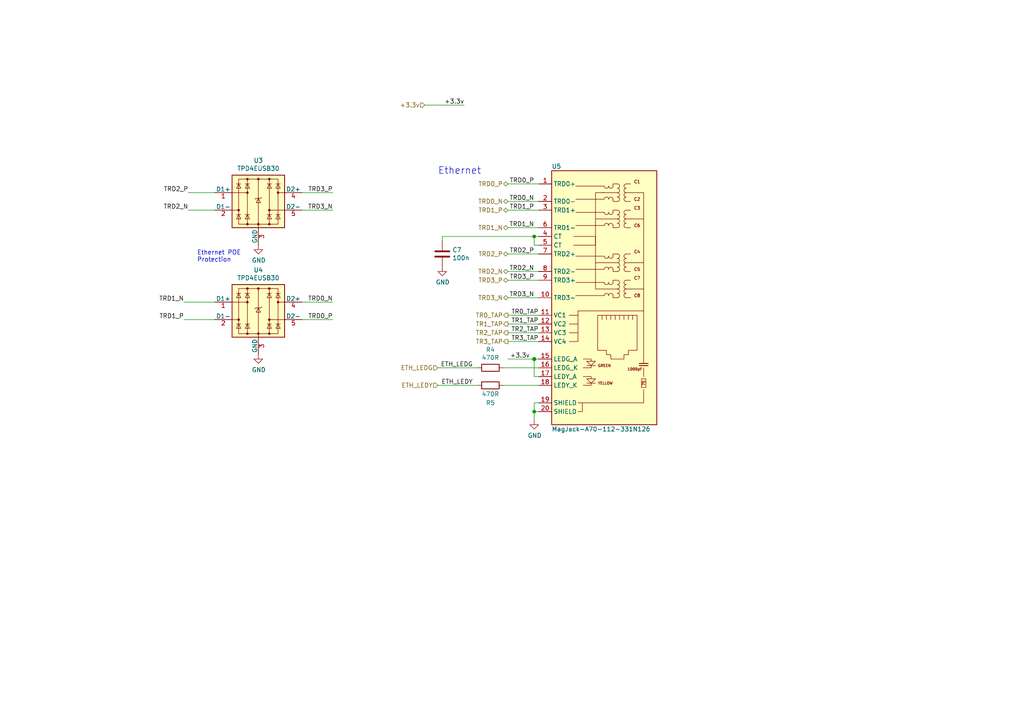
<source format=kicad_sch>
(kicad_sch (version 20210406) (generator eeschema)
  (paper "A4")
  (lib_symbols
    (symbol "CM4IO:MagJack-A70-112-331N126"
      (property "Reference" "U" (at 0 0 0))
      (property "Value" "MagJack-A70-112-331N126" (at 0 0 0))
      (symbol "MagJack-A70-112-331N126_0_1"
        (polyline (pts (xy 1.27 40.64) (xy -5.08 40.64) (xy -5.08 48.26) (xy -2.54 48.26) (xy -5.08 48.26)))
        (polyline (pts (xy 1.27 60.96) (xy -5.08 60.96) (xy -5.08 68.58) (xy -2.54 68.58) (xy -5.08 68.58)))
      )
      (symbol "MagJack-A70-112-331N126_1_1"
        (arc (start -1.27 38.735) (end -2.54 38.735) (radius (at -1.905 38.735) (length 0.635) (angles 0.1 179.9)))
        (arc (start -2.54 42.545) (end -1.27 42.545) (radius (at -1.905 42.545) (length 0.635) (angles -179.9 -0.1)))
        (arc (start -1.27 46.355) (end -2.54 46.355) (radius (at -1.905 46.355) (length 0.635) (angles 0.1 179.9)))
        (arc (start -2.54 50.165) (end -1.27 50.165) (radius (at -1.905 50.165) (length 0.635) (angles -179.9 -0.1)))
        (arc (start -1.27 59.055) (end -2.54 59.055) (radius (at -1.905 59.055) (length 0.635) (angles 0.1 179.9)))
        (arc (start -2.54 62.865) (end -1.27 62.865) (radius (at -1.905 62.865) (length 0.635) (angles -179.9 -0.1)))
        (arc (start -1.27 66.675) (end -2.54 66.675) (radius (at -1.905 66.675) (length 0.635) (angles 0.1 179.9)))
        (arc (start -2.54 70.485) (end -1.27 70.485) (radius (at -1.905 70.485) (length 0.635) (angles -179.9 -0.1)))
        (arc (start 0 38.735) (end -1.27 38.735) (radius (at -0.635 38.735) (length 0.635) (angles 0.1 179.9)))
        (arc (start -1.27 42.545) (end 0 42.545) (radius (at -0.635 42.545) (length 0.635) (angles -179.9 -0.1)))
        (arc (start 0 46.355) (end -1.27 46.355) (radius (at -0.635 46.355) (length 0.635) (angles 0.1 179.9)))
        (arc (start -1.27 50.165) (end 0 50.165) (radius (at -0.635 50.165) (length 0.635) (angles -179.9 -0.1)))
        (arc (start 0 59.055) (end -1.27 59.055) (radius (at -0.635 59.055) (length 0.635) (angles 0.1 179.9)))
        (arc (start -1.27 62.865) (end 0 62.865) (radius (at -0.635 62.865) (length 0.635) (angles -179.9 -0.1)))
        (arc (start 0 66.675) (end -1.27 66.675) (radius (at -0.635 66.675) (length 0.635) (angles 0.1 179.9)))
        (arc (start -1.27 70.485) (end 0 70.485) (radius (at -0.635 70.485) (length 0.635) (angles -179.9 -0.1)))
        (arc (start 1.27 38.1) (end 1.27 39.37) (radius (at 1.27 38.735) (length 0.635) (angles -89.9 89.9)))
        (arc (start 1.27 39.37) (end 1.27 40.64) (radius (at 1.27 40.005) (length 0.635) (angles -89.9 89.9)))
        (arc (start 1.27 40.64) (end 1.27 41.91) (radius (at 1.27 41.275) (length 0.635) (angles -89.9 89.9)))
        (arc (start 1.27 41.91) (end 1.27 43.18) (radius (at 1.27 42.545) (length 0.635) (angles -89.9 89.9)))
        (arc (start 1.27 45.72) (end 1.27 46.99) (radius (at 1.27 46.355) (length 0.635) (angles -89.9 89.9)))
        (arc (start 1.27 46.99) (end 1.27 48.26) (radius (at 1.27 47.625) (length 0.635) (angles -89.9 89.9)))
        (arc (start 1.27 48.26) (end 1.27 49.53) (radius (at 1.27 48.895) (length 0.635) (angles -89.9 89.9)))
        (arc (start 1.27 49.53) (end 1.27 50.8) (radius (at 1.27 50.165) (length 0.635) (angles -89.9 89.9)))
        (arc (start 1.27 58.42) (end 1.27 59.69) (radius (at 1.27 59.055) (length 0.635) (angles -89.9 89.9)))
        (arc (start 1.27 59.69) (end 1.27 60.96) (radius (at 1.27 60.325) (length 0.635) (angles -89.9 89.9)))
        (arc (start 1.27 60.96) (end 1.27 62.23) (radius (at 1.27 61.595) (length 0.635) (angles -89.9 89.9)))
        (arc (start 1.27 62.23) (end 1.27 63.5) (radius (at 1.27 62.865) (length 0.635) (angles -89.9 89.9)))
        (arc (start 1.27 66.04) (end 1.27 67.31) (radius (at 1.27 66.675) (length 0.635) (angles -89.9 89.9)))
        (arc (start 1.27 67.31) (end 1.27 68.58) (radius (at 1.27 67.945) (length 0.635) (angles -89.9 89.9)))
        (arc (start 1.27 68.58) (end 1.27 69.85) (radius (at 1.27 69.215) (length 0.635) (angles -89.9 89.9)))
        (arc (start 1.27 69.85) (end 1.27 71.12) (radius (at 1.27 70.485) (length 0.635) (angles -89.9 89.9)))
        (arc (start 3.81 39.37) (end 3.81 38.1) (radius (at 3.81 38.735) (length 0.635) (angles 90.1 -90.1)))
        (arc (start 3.81 40.64) (end 3.81 39.37) (radius (at 3.81 40.005) (length 0.635) (angles 90.1 -90.1)))
        (arc (start 3.81 41.91) (end 3.81 40.64) (radius (at 3.81 41.275) (length 0.635) (angles 90.1 -90.1)))
        (arc (start 3.81 43.18) (end 3.81 41.91) (radius (at 3.81 42.545) (length 0.635) (angles 90.1 -90.1)))
        (arc (start 3.81 46.99) (end 3.81 45.72) (radius (at 3.81 46.355) (length 0.635) (angles 90.1 -90.1)))
        (arc (start 3.81 48.26) (end 3.81 46.99) (radius (at 3.81 47.625) (length 0.635) (angles 90.1 -90.1)))
        (arc (start 3.81 49.53) (end 3.81 48.26) (radius (at 3.81 48.895) (length 0.635) (angles 90.1 -90.1)))
        (arc (start 3.81 50.8) (end 3.81 49.53) (radius (at 3.81 50.165) (length 0.635) (angles 90.1 -90.1)))
        (arc (start 3.81 59.69) (end 3.81 58.42) (radius (at 3.81 59.055) (length 0.635) (angles 90.1 -90.1)))
        (arc (start 3.81 60.96) (end 3.81 59.69) (radius (at 3.81 60.325) (length 0.635) (angles 90.1 -90.1)))
        (arc (start 3.81 62.23) (end 3.81 60.96) (radius (at 3.81 61.595) (length 0.635) (angles 90.1 -90.1)))
        (arc (start 3.81 63.5) (end 3.81 62.23) (radius (at 3.81 62.865) (length 0.635) (angles 90.1 -90.1)))
        (arc (start 3.81 67.31) (end 3.81 66.04) (radius (at 3.81 66.675) (length 0.635) (angles 90.1 -90.1)))
        (arc (start 3.81 68.58) (end 3.81 67.31) (radius (at 3.81 67.945) (length 0.635) (angles 90.1 -90.1)))
        (arc (start 3.81 69.85) (end 3.81 68.58) (radius (at 3.81 69.215) (length 0.635) (angles 90.1 -90.1)))
        (arc (start 3.81 71.12) (end 3.81 69.85) (radius (at 3.81 70.485) (length 0.635) (angles 90.1 -90.1)))
        (text "1000pF" (at 6.35 17.399 0) (effects (font (size 0.762 0.762))))
        (text "75" (at 8.89 13.335 900) (effects (font (size 0.762 0.762))))
        (text "C1" (at 6.985 71.755 0) (effects (font (size 0.889 0.889))))
        (text "C2" (at 6.985 66.675 0) (effects (font (size 0.889 0.889))))
        (text "C3" (at 6.985 64.135 0) (effects (font (size 0.889 0.889))))
        (text "C4" (at 6.985 51.435 0) (effects (font (size 0.889 0.889))))
        (text "C5" (at 6.985 46.355 0) (effects (font (size 0.889 0.889))))
        (text "C6" (at 6.985 59.055 0) (effects (font (size 0.889 0.889))))
        (text "C7" (at 6.985 43.815 0) (effects (font (size 0.889 0.889))))
        (text "C8" (at 6.985 38.735 0) (effects (font (size 0.889 0.889))))
        (text "GREEN" (at -4.445 18.415 0) (effects (font (size 0.762 0.762)) (justify left)))
        (text "YELLOW" (at -4.445 13.335 0) (effects (font (size 0.762 0.762)) (justify left)))
        (rectangle (start 9.525 12.065) (end 8.255 14.605))
        (rectangle (start -17.78 1.27) (end 12.7 74.93) (stroke (width 0.254)) (fill (type background)))
        (polyline (pts (xy -12.7 27.94) (xy -10.16 27.94)))
        (polyline (pts (xy -12.7 30.48) (xy -10.16 30.48)))
        (polyline (pts (xy -12.7 33.02) (xy -10.16 33.02)))
        (polyline (pts (xy -10.16 33.02) (xy -10.16 34.29)))
        (polyline (pts (xy -5.08 13.335) (xy -7.62 13.335)))
        (polyline (pts (xy -5.08 18.415) (xy -7.62 18.415)))
        (polyline (pts (xy -5.08 48.26) (xy -5.08 60.96)))
        (polyline (pts (xy -3.175 31.75) (xy -3.175 33.02)))
        (polyline (pts (xy -3.175 48.26) (xy 1.27 48.26)))
        (polyline (pts (xy -3.175 68.58) (xy 1.27 68.58)))
        (polyline (pts (xy -2.54 38.735) (xy -10.795 38.735)))
        (polyline (pts (xy -2.54 42.545) (xy -10.795 42.545)))
        (polyline (pts (xy -2.54 46.355) (xy -10.795 46.355)))
        (polyline (pts (xy -2.54 50.165) (xy -10.795 50.165)))
        (polyline (pts (xy -2.54 59.055) (xy -10.795 59.055)))
        (polyline (pts (xy -2.54 62.865) (xy -10.795 62.865)))
        (polyline (pts (xy -2.54 66.675) (xy -10.795 66.675)))
        (polyline (pts (xy -2.54 70.485) (xy -10.795 70.485)))
        (polyline (pts (xy -1.905 33.02) (xy -1.905 31.75)))
        (polyline (pts (xy -0.635 33.02) (xy -0.635 31.75)))
        (polyline (pts (xy 0.635 33.02) (xy 0.635 31.75)))
        (polyline (pts (xy 1.905 33.02) (xy 1.905 31.75)))
        (polyline (pts (xy 3.175 33.02) (xy 3.175 31.75)))
        (polyline (pts (xy 3.81 38.1) (xy 5.08 38.1)))
        (polyline (pts (xy 3.81 40.64) (xy 5.08 40.64)))
        (polyline (pts (xy 3.81 43.18) (xy 5.08 43.18)))
        (polyline (pts (xy 3.81 45.72) (xy 5.08 45.72)))
        (polyline (pts (xy 3.81 48.26) (xy 5.08 48.26)))
        (polyline (pts (xy 3.81 50.8) (xy 5.08 50.8)))
        (polyline (pts (xy 3.81 58.42) (xy 5.08 58.42)))
        (polyline (pts (xy 3.81 60.96) (xy 5.08 60.96)))
        (polyline (pts (xy 3.81 63.5) (xy 5.08 63.5)))
        (polyline (pts (xy 3.81 66.04) (xy 5.08 66.04)))
        (polyline (pts (xy 3.81 68.58) (xy 5.08 68.58)))
        (polyline (pts (xy 3.81 71.12) (xy 5.08 71.12)))
        (polyline (pts (xy 4.445 31.75) (xy 4.445 33.02)))
        (polyline (pts (xy 5.08 40.64) (xy 8.89 40.64)))
        (polyline (pts (xy 5.08 48.26) (xy 8.89 48.26)))
        (polyline (pts (xy 5.08 60.96) (xy 8.89 60.96)))
        (polyline (pts (xy 5.715 31.75) (xy 5.715 33.02)))
        (polyline (pts (xy 7.62 18.415) (xy 10.16 18.415)) (stroke (width 0.254)))
        (polyline (pts (xy 7.62 19.05) (xy 10.16 19.05)) (stroke (width 0.254)))
        (polyline (pts (xy 8.89 15.24) (xy 8.89 17.78)))
        (polyline (pts (xy 8.89 19.05) (xy 8.89 34.29)))
        (polyline (pts (xy -10.16 33.02) (xy -10.16 25.4) (xy -12.7 25.4)))
        (polyline (pts (xy -8.636 12.7) (xy -6.35 12.7) (xy -6.35 13.335)))
        (polyline (pts (xy -8.636 15.24) (xy -6.35 15.24) (xy -6.35 14.605)))
        (polyline (pts (xy -8.636 20.32) (xy -6.35 20.32) (xy -6.35 19.685)))
        (polyline (pts (xy -6.35 18.415) (xy -6.35 17.78) (xy -8.636 17.78)))
        (polyline (pts (xy 0 38.735) (xy 0 38.1) (xy 1.27 38.1)))
        (polyline (pts (xy 0 46.355) (xy 0 45.72) (xy 1.27 45.72)))
        (polyline (pts (xy 0 59.055) (xy 0 58.42) (xy 1.27 58.42)))
        (polyline (pts (xy 0 66.675) (xy 0 66.04) (xy 1.27 66.04)))
        (polyline (pts (xy 1.27 43.18) (xy 0 43.18) (xy 0 42.545)))
        (polyline (pts (xy 1.27 50.8) (xy 0 50.8) (xy 0 50.165)))
        (polyline (pts (xy 1.27 63.5) (xy 0 63.5) (xy 0 62.865)))
        (polyline (pts (xy 1.27 71.12) (xy 0 71.12) (xy 0 70.485)))
        (polyline (pts (xy -11.43 53.34) (xy -5.08 53.34) (xy -5.08 55.88) (xy -11.43 55.88)))
        (polyline (pts (xy -10.16 34.29) (xy 8.89 34.29) (xy 8.89 68.58) (xy 5.08 68.58)))
        (polyline (pts (xy -7.62 19.685) (xy -5.08 19.685) (xy -6.35 18.415) (xy -7.62 19.685)))
        (polyline (pts (xy -5.08 14.605) (xy -7.62 14.605) (xy -6.35 13.335) (xy -5.08 14.605)))
        (polyline (pts (xy -10.16 5.08) (xy -8.89 5.08) (xy -8.89 7.62) (xy -10.16 7.62) (xy -8.89 7.62) (xy 8.89 7.62) (xy 8.89 11.43)))
        (polyline (pts (xy -4.445 33.02) (xy 6.985 33.02) (xy 6.985 22.86) (xy 4.445 22.86) (xy 4.445 21.59) (xy 3.175 21.59) (xy 3.175 20.32) (xy -0.635 20.32) (xy -0.635 21.59) (xy -1.905 21.59) (xy -1.905 22.86) (xy -4.445 22.86) (xy -4.445 33.02)))
        (pin passive line (at -21.59 71.12 0) (length 3.81) (name "TRD0+") (number "1"))
        (pin passive line (at -21.59 38.1 0) (length 3.81) (name "TRD3-") (number "10"))
        (pin passive line (at -21.59 33.02 0) (length 3.81) (name "VC1") (number "11"))
        (pin passive line (at -21.59 30.48 0) (length 3.81) (name "VC2") (number "12"))
        (pin passive line (at -21.59 27.94 0) (length 3.81) (name "VC3") (number "13"))
        (pin passive line (at -21.59 25.4 0) (length 3.81) (name "VC4") (number "14"))
        (pin passive line (at -21.59 20.32 0) (length 3.81) (name "LEDG_A") (number "15"))
        (pin passive line (at -21.59 17.78 0) (length 3.81) (name "LEDG_K") (number "16"))
        (pin passive line (at -21.59 15.24 0) (length 3.81) (name "LEDY_A") (number "17"))
        (pin passive line (at -21.59 12.7 0) (length 3.81) (name "LEDY_K") (number "18"))
        (pin passive line (at -21.59 7.62 0) (length 3.81) (name "SHIELD") (number "19"))
        (pin passive line (at -21.59 66.04 0) (length 3.81) (name "TRD0-") (number "2"))
        (pin passive line (at -21.59 5.08 0) (length 3.81) (name "SHIELD") (number "20"))
        (pin passive line (at -21.59 63.5 0) (length 3.81) (name "TRD1+") (number "3"))
        (pin passive line (at -21.59 55.88 0) (length 3.81) (name "CT") (number "4"))
        (pin passive line (at -21.59 53.34 0) (length 3.81) (name "CT") (number "5"))
        (pin passive line (at -21.59 58.42 0) (length 3.81) (name "TRD1-") (number "6"))
        (pin passive line (at -21.59 50.8 0) (length 3.81) (name "TRD2+") (number "7"))
        (pin passive line (at -21.59 45.72 0) (length 3.81) (name "TRD2-") (number "8"))
        (pin passive line (at -21.59 43.18 0) (length 3.81) (name "TRD3+") (number "9"))
      )
    )
    (symbol "CM4IO:TPD4EUSB30" (pin_names (offset 0))
      (property "Reference" "U" (at -0.635 8.89 0))
      (property "Value" "TPD4EUSB30" (at 8.89 -10.16 0))
      (symbol "TPD4EUSB30_0_0"
        (rectangle (start -5.715 6.477) (end 5.715 -6.604))
        (polyline (pts (xy -3.175 -6.604) (xy -3.175 6.477)))
        (polyline (pts (xy 0 6.477) (xy 0 -6.604)))
        (polyline (pts (xy 3.175 6.477) (xy 3.175 -6.604)))
      )
      (symbol "TPD4EUSB30_0_1"
        (circle (center -5.715 -2.54) (radius 0.2794) (fill (type outline)))
        (circle (center -3.175 -6.604) (radius 0.2794) (fill (type outline)))
        (circle (center -3.175 2.54) (radius 0.2794) (fill (type outline)))
        (circle (center -3.175 6.477) (radius 0.2794) (fill (type outline)))
        (circle (center 0 -6.604) (radius 0.2794) (fill (type outline)))
        (circle (center 0 6.477) (radius 0.2794) (fill (type outline)))
        (circle (center 3.175 -6.604) (radius 0.2794) (fill (type outline)))
        (circle (center 3.175 -2.54) (radius 0.2794) (fill (type outline)))
        (circle (center 3.175 6.477) (radius 0.2794) (fill (type outline)))
        (circle (center 5.715 2.54) (radius 0.2794) (fill (type outline)))
        (rectangle (start -7.62 7.62) (end 7.62 -7.62) (stroke (width 0.254)) (fill (type background)))
        (polyline (pts (xy -7.747 2.54) (xy -3.175 2.54)))
        (polyline (pts (xy -7.62 -2.54) (xy -5.715 -2.54)))
        (polyline (pts (xy -5.08 -3.81) (xy -6.35 -3.81)))
        (polyline (pts (xy -5.08 5.08) (xy -6.35 5.08)))
        (polyline (pts (xy -2.54 -3.81) (xy -3.81 -3.81)))
        (polyline (pts (xy -2.54 5.08) (xy -3.81 5.08)))
        (polyline (pts (xy -0.635 0.889) (xy -1.016 0.635)))
        (polyline (pts (xy 0 -6.604) (xy 0 -7.62)))
        (polyline (pts (xy 0.635 0.889) (xy -0.635 0.889)))
        (polyline (pts (xy 0.635 0.889) (xy 1.016 1.143)))
        (polyline (pts (xy 3.81 -3.81) (xy 2.54 -3.81)))
        (polyline (pts (xy 3.81 5.08) (xy 2.54 5.08)))
        (polyline (pts (xy 6.35 -3.81) (xy 5.08 -3.81)))
        (polyline (pts (xy 6.35 5.08) (xy 5.08 5.08)))
        (polyline (pts (xy 7.62 -2.54) (xy 3.175 -2.54)))
        (polyline (pts (xy 7.62 2.54) (xy 5.715 2.54)))
        (polyline (pts (xy -5.08 -5.08) (xy -6.35 -5.08) (xy -5.715 -3.81) (xy -5.08 -5.08)))
        (polyline (pts (xy -5.08 3.81) (xy -6.35 3.81) (xy -5.715 5.08) (xy -5.08 3.81)))
        (polyline (pts (xy -2.54 -5.08) (xy -3.81 -5.08) (xy -3.175 -3.81) (xy -2.54 -5.08)))
        (polyline (pts (xy -2.54 3.81) (xy -3.81 3.81) (xy -3.175 5.08) (xy -2.54 3.81)))
        (polyline (pts (xy 0.635 -0.381) (xy -0.635 -0.381) (xy 0 0.889) (xy 0.635 -0.381)))
        (polyline (pts (xy 3.81 -5.08) (xy 2.54 -5.08) (xy 3.175 -3.81) (xy 3.81 -5.08)))
        (polyline (pts (xy 3.81 3.81) (xy 2.54 3.81) (xy 3.175 5.08) (xy 3.81 3.81)))
        (polyline (pts (xy 6.35 -5.08) (xy 5.08 -5.08) (xy 5.715 -3.81) (xy 6.35 -5.08)))
        (polyline (pts (xy 6.35 3.81) (xy 5.08 3.81) (xy 5.715 5.08) (xy 6.35 3.81)))
      )
      (symbol "TPD4EUSB30_1_1"
        (pin passive line (at -12.7 2.54 0) (length 5.08) (name "D1+") (number "1"))
        (pin passive line (at -12.7 2.54 0) (length 5.08) hide (name "~") (number "10"))
        (pin passive line (at -12.7 -2.54 0) (length 5.08) (name "D1-") (number "2"))
        (pin power_in line (at 0 -12.7 90) (length 5.08) (name "GND") (number "3"))
        (pin passive line (at 12.7 2.54 180) (length 5.08) (name "D2+") (number "4"))
        (pin passive line (at 12.7 -2.54 180) (length 5.08) (name "D2-") (number "5"))
        (pin passive line (at 12.7 -2.54 180) (length 5.08) hide (name "~") (number "6"))
        (pin passive line (at 12.7 2.54 180) (length 5.08) hide (name "~") (number "7"))
        (pin passive line (at 0 -12.7 90) (length 5.08) hide (name "GND") (number "8"))
        (pin passive line (at -12.7 -2.54 0) (length 5.08) hide (name "~") (number "9"))
      )
    )
    (symbol "Device:C" (pin_numbers hide) (pin_names (offset 0.254))
      (property "Reference" "C" (at 0.635 2.54 0))
      (property "Value" "C" (at 0.635 -2.54 0))
      (symbol "C_0_1"
        (polyline (pts (xy -2.032 -0.762) (xy 2.032 -0.762)) (stroke (width 0.508)))
        (polyline (pts (xy -2.032 0.762) (xy 2.032 0.762)) (stroke (width 0.508)))
      )
      (symbol "C_1_1"
        (pin passive line (at 0 3.81 270) (length 2.794) (name "~") (number "1"))
        (pin passive line (at 0 -3.81 90) (length 2.794) (name "~") (number "2"))
      )
    )
    (symbol "Device:R" (pin_numbers hide) (pin_names (offset 0))
      (property "Reference" "R" (at 2.032 0 90))
      (property "Value" "R" (at 0 0 90))
      (symbol "R_0_1"
        (rectangle (start -1.016 -2.54) (end 1.016 2.54) (stroke (width 0.254)))
      )
      (symbol "R_1_1"
        (pin passive line (at 0 3.81 270) (length 1.27) (name "~") (number "1"))
        (pin passive line (at 0 -3.81 90) (length 1.27) (name "~") (number "2"))
      )
    )
    (symbol "power:GND" (power) (pin_names (offset 0))
      (property "Value" "GND" (at 0 -3.81 0))
      (symbol "GND_0_1"
        (polyline (pts (xy 0 0) (xy 0 -1.27) (xy 1.27 -1.27) (xy 0 -2.54) (xy -1.27 -1.27) (xy 0 -1.27)))
      )
      (symbol "GND_1_1"
        (pin power_in line (at 0 0 270) (length 0) hide (name "GND") (number "1"))
      )
    )
  )
  (junction (at 154.94 68.58) (diameter 0.9144))
  (junction (at 154.94 104.14) (diameter 1.016))
  (junction (at 154.94 119.38) (diameter 0.9144))
  (wire (pts (xy 53.34 92.71) (xy 62.23 92.71)))
  (wire (pts (xy 54.61 55.88) (xy 62.23 55.88)))
  (wire (pts (xy 54.61 60.96) (xy 62.23 60.96)))
  (wire (pts (xy 62.23 87.63) (xy 53.34 87.63)))
  (wire (pts (xy 87.63 55.88) (xy 96.52 55.88)))
  (wire (pts (xy 87.63 60.96) (xy 96.52 60.96)))
  (wire (pts (xy 87.63 87.63) (xy 96.52 87.63)))
  (wire (pts (xy 87.63 92.71) (xy 96.52 92.71)))
  (wire (pts (xy 123.19 30.48) (xy 134.62 30.48)))
  (wire (pts (xy 127 106.68) (xy 138.43 106.68)))
  (wire (pts (xy 127 111.76) (xy 138.43 111.76)))
  (wire (pts (xy 128.27 68.58) (xy 154.94 68.58)))
  (wire (pts (xy 128.27 69.85) (xy 128.27 68.58)))
  (wire (pts (xy 146.05 106.68) (xy 156.21 106.68)))
  (wire (pts (xy 146.05 111.76) (xy 156.21 111.76)))
  (wire (pts (xy 147.32 53.34) (xy 156.21 53.34)))
  (wire (pts (xy 147.32 58.42) (xy 156.21 58.42)))
  (wire (pts (xy 147.32 60.96) (xy 156.21 60.96)))
  (wire (pts (xy 147.32 66.04) (xy 156.21 66.04)))
  (wire (pts (xy 147.32 73.66) (xy 156.21 73.66)))
  (wire (pts (xy 147.32 78.74) (xy 156.21 78.74)))
  (wire (pts (xy 147.32 81.28) (xy 156.21 81.28)))
  (wire (pts (xy 147.32 86.36) (xy 156.21 86.36)))
  (wire (pts (xy 147.32 91.44) (xy 156.21 91.44)))
  (wire (pts (xy 147.32 93.98) (xy 156.21 93.98)))
  (wire (pts (xy 147.32 96.52) (xy 156.21 96.52)))
  (wire (pts (xy 147.32 99.06) (xy 156.21 99.06)))
  (wire (pts (xy 147.32 104.14) (xy 154.94 104.14)))
  (wire (pts (xy 154.94 71.12) (xy 154.94 68.58)))
  (wire (pts (xy 154.94 104.14) (xy 156.21 104.14)))
  (wire (pts (xy 154.94 109.22) (xy 154.94 104.14)))
  (wire (pts (xy 154.94 116.84) (xy 154.94 119.38)))
  (wire (pts (xy 154.94 116.84) (xy 156.21 116.84)))
  (wire (pts (xy 154.94 119.38) (xy 154.94 121.92)))
  (wire (pts (xy 154.94 119.38) (xy 156.21 119.38)))
  (wire (pts (xy 156.21 68.58) (xy 154.94 68.58)))
  (wire (pts (xy 156.21 71.12) (xy 154.94 71.12)))
  (wire (pts (xy 156.21 109.22) (xy 154.94 109.22)))
  (text "Ethernet POE\nProtection" (at 57.15 76.2 0) (effects (font (size 1.27 1.27)) (justify left bottom)))
  (text "Ethernet" (at 127 50.8 0) (effects (font (size 2.0066 2.0066)) (justify left bottom)))
  (label "TRD1_N" (at 53.34 87.63 180))
  (label "TRD1_P" (at 53.34 92.71 180))
  (label "TRD2_P" (at 54.61 55.88 180))
  (label "TRD2_N" (at 54.61 60.96 180))
  (label "TRD3_P" (at 96.52 55.88 180))
  (label "TRD3_N" (at 96.52 60.96 180))
  (label "TRD0_N" (at 96.52 87.63 180))
  (label "TRD0_P" (at 96.52 92.71 180))
  (label "+3.3v" (at 134.62 30.48 180))
  (label "ETH_LEDG" (at 137.16 106.68 180))
  (label "ETH_LEDY" (at 137.16 111.76 180))
  (label "+3.3v" (at 153.67 104.14 180))
  (label "TRD0_P" (at 154.94 53.34 180))
  (label "TRD0_N" (at 154.94 58.42 180))
  (label "TRD1_P" (at 154.94 60.96 180))
  (label "TRD1_N" (at 154.94 66.04 180))
  (label "TRD2_P" (at 154.94 73.66 180))
  (label "TRD2_N" (at 154.94 78.74 180))
  (label "TRD3_P" (at 154.94 81.28 180))
  (label "TRD3_N" (at 154.94 86.36 180))
  (label "TR0_TAP" (at 156.21 91.44 180))
  (label "TR1_TAP" (at 156.21 93.98 180))
  (label "TR2_TAP" (at 156.21 96.52 180))
  (label "TR3_TAP" (at 156.21 99.06 180))
  (hierarchical_label "+3.3v" (shape input) (at 123.19 30.48 180))
  (hierarchical_label "ETH_LEDG" (shape input) (at 127 106.68 180))
  (hierarchical_label "ETH_LEDY" (shape input) (at 127 111.76 180))
  (hierarchical_label "TRD0_P" (shape bidirectional) (at 147.32 53.34 180))
  (hierarchical_label "TRD0_N" (shape bidirectional) (at 147.32 58.42 180))
  (hierarchical_label "TRD1_P" (shape bidirectional) (at 147.32 60.96 180))
  (hierarchical_label "TRD1_N" (shape bidirectional) (at 147.32 66.04 180))
  (hierarchical_label "TRD2_P" (shape bidirectional) (at 147.32 73.66 180))
  (hierarchical_label "TRD2_N" (shape bidirectional) (at 147.32 78.74 180))
  (hierarchical_label "TRD3_P" (shape bidirectional) (at 147.32 81.28 180))
  (hierarchical_label "TRD3_N" (shape bidirectional) (at 147.32 86.36 180))
  (hierarchical_label "TR0_TAP" (shape output) (at 147.32 91.44 180))
  (hierarchical_label "TR1_TAP" (shape output) (at 147.32 93.98 180))
  (hierarchical_label "TR2_TAP" (shape output) (at 147.32 96.52 180))
  (hierarchical_label "TR3_TAP" (shape output) (at 147.32 99.06 180))
  (symbol (lib_id "power:GND") (at 74.93 71.12 0) (unit 1)
    (property "Reference" "#PWR0119" (effects hide))
    (property "Value" "GND" (at 75.057 75.5142 0))
  )
  (symbol (lib_id "power:GND") (at 74.93 102.87 0) (unit 1)
    (property "Reference" "#PWR0117" (effects hide))
    (property "Value" "GND" (at 75.057 107.2642 0))
  )
  (symbol (lib_id "power:GND") (at 128.27 77.47 0) (unit 1)
    (property "Reference" "#PWR0118" (effects hide))
    (property "Value" "GND" (at 128.397 81.8642 0))
  )
  (symbol (lib_id "power:GND") (at 154.94 121.92 0) (unit 1)
    (property "Reference" "#PWR0116" (effects hide))
    (property "Value" "GND" (at 155.067 126.3142 0))
  )
  (symbol (lib_id "Device:R") (at 142.24 106.68 270) (unit 1)
    (property "Reference" "R4" (at 142.24 101.4222 90))
    (property "Value" "470R" (at 142.24 103.7336 90))
    (property "Footprint" "Resistor_SMD:R_0603_1608Metric" (effects hide))
  )
  (symbol (lib_id "Device:R") (at 142.24 111.76 270) (unit 1)
    (property "Reference" "R5" (at 142.24 116.84 90))
    (property "Value" "470R" (at 142.24 114.3 90))
    (property "Footprint" "Resistor_SMD:R_0603_1608Metric" (effects hide))
  )
  (symbol (lib_id "Device:C") (at 128.27 73.66 0) (unit 1)
    (property "Reference" "C7" (at 131.191 72.4916 0) (effects (justify left)))
    (property "Value" "100n" (at 131.191 74.803 0) (effects (justify left)))
    (property "Footprint" "Capacitor_SMD:C_0603_1608Metric" (effects hide))
  )
  (symbol (lib_id "CM4IO:TPD4EUSB30") (at 74.93 58.42 0) (unit 1)
    (property "Reference" "U3" (at 74.93 46.5582 0))
    (property "Value" "TPD4EUSB30" (at 74.93 48.8696 0))
    (property "Footprint" "Package_SON:USON-10_2.5x1.0mm_P0.5mm" (effects hide))
    (property "Datasheet" "http://www.ti.com/lit/ds/symlink/tpd2eusb30a.pdf" (effects hide))
    (property "Field4" "Farnell" (effects hide))
    (property "Field5" "2335455" (effects hide))
    (property "Field6" "CDDFN10-3324P-13" (effects hide))
    (property "Field7" "Bourns" (effects hide))
    (property "Field8" "UDIO00346" (effects hide))
    (property "Part Description" "Quad TVS diode for high speed signals (USB3, GigE etc.)" (effects hide))
  )
  (symbol (lib_id "CM4IO:TPD4EUSB30") (at 74.93 90.17 0) (unit 1)
    (property "Reference" "U4" (at 74.93 78.3082 0))
    (property "Value" "TPD4EUSB30" (at 74.93 80.6196 0))
    (property "Footprint" "Package_SON:USON-10_2.5x1.0mm_P0.5mm" (effects hide))
    (property "Datasheet" "http://www.ti.com/lit/ds/symlink/tpd2eusb30a.pdf" (effects hide))
    (property "Field4" "Farnell" (effects hide))
    (property "Field5" "2335455" (effects hide))
    (property "Field6" "CDDFN10-3324P-13" (effects hide))
    (property "Field7" "Bourns" (effects hide))
    (property "Field8" "UDIO00346" (effects hide))
    (property "Part Description" "Quad TVS diode for high speed signals (USB3, GigE etc.)" (effects hide))
  )
  (symbol (lib_id "CM4IO:MagJack-A70-112-331N126") (at 177.8 124.46 0) (unit 1)
    (property "Reference" "U5" (at 160.02 48.26 0) (effects (justify left)))
    (property "Value" "MagJack-A70-112-331N126" (at 160.02 124.46 0) (effects (justify left)))
    (property "Footprint" "cm4crypto:TRJG0926HENL" (effects hide))
    (property "Datasheet" "https://p.globalsources.com/IMAGES/PDT/SPEC/690/K1160305690.pdf" (effects hide))
    (property "Field6" "TRJG0926HENL" (effects hide))
    (property "Field7" "Trxcon" (effects hide))
    (property "Field8" "UCON00900" (effects hide))
    (property "Part Description" "Gigabit Ethernet Magjack" (effects hide))
  )
)
</source>
